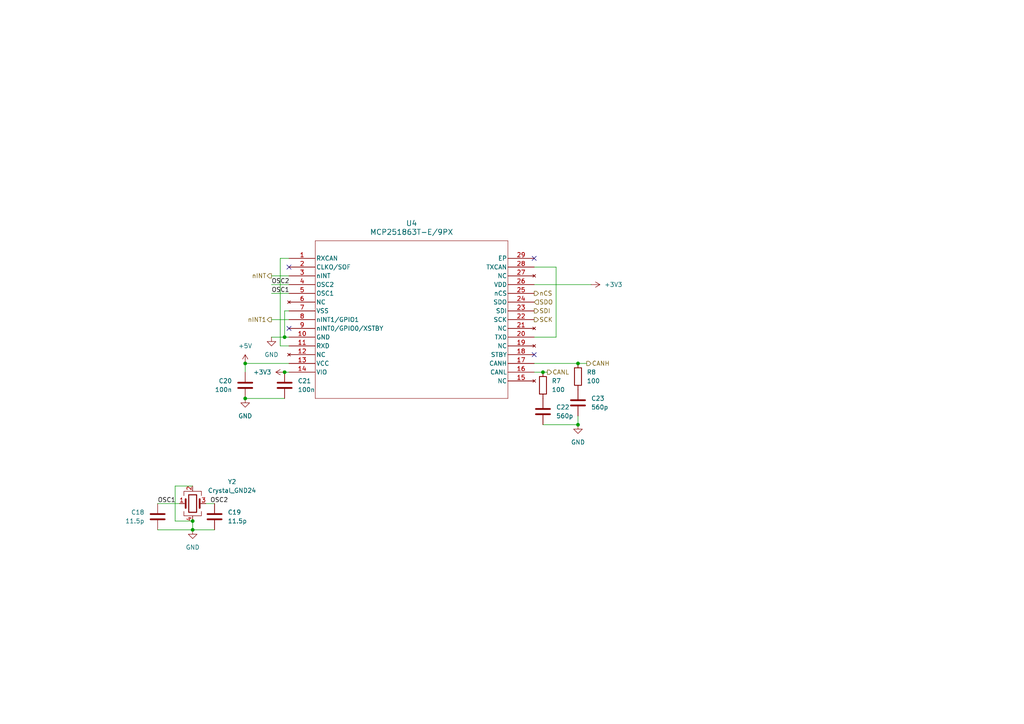
<source format=kicad_sch>
(kicad_sch (version 20231120) (generator "eeschema") (generator_version "8.0")
  (paper "A4")
  (lib_symbols
    (symbol "+3V3_1" (power) (pin_numbers hide) (pin_names (offset 0) hide)
      (property "Value" "+3V3" (at 0 3.556 0))
      (symbol "+3V3_1_0_1"
        (polyline (pts (xy -0.762 1.27) (xy 0 2.54)))
        (polyline (pts (xy 0 0) (xy 0 2.54)))
        (polyline (pts (xy 0 2.54) (xy 0.762 1.27)))
      )
      (symbol "+3V3_1_1_1"
        (pin power_in line (at 0 0 90) (length 0) (name "~") (number "1"))
      )
    )
    (symbol "2024-11-03_18-29-57:MCP251863T-E_9PX" (pin_names (offset 0.254))
      (property "Reference" "U" (at 35.56 10.16 0))
      (property "Value" "MCP251863T-E/9PX" (at 35.56 7.62 0))
      (symbol "MCP251863T-E_9PX_0_1"
        (polyline (pts (xy 7.62 -40.64) (xy 63.5 -40.64)) (stroke (width 0.127)))
        (polyline (pts (xy 7.62 5.08) (xy 7.62 -40.64)) (stroke (width 0.127)))
        (polyline (pts (xy 63.5 -40.64) (xy 63.5 5.08)) (stroke (width 0.127)))
        (polyline (pts (xy 63.5 5.08) (xy 7.62 5.08)) (stroke (width 0.127)))
        (pin input line (at 0 0 0) (length 7.62) (name "RXCAN") (number "1"))
        (pin power_out line (at 0 -22.86 0) (length 7.62) (name "GND") (number "10"))
        (pin output line (at 0 -25.4 0) (length 7.62) (name "RXD") (number "11"))
        (pin no_connect line (at 0 -27.94 0) (length 7.62) (name "NC") (number "12"))
        (pin power_in line (at 0 -30.48 0) (length 7.62) (name "VCC") (number "13"))
        (pin power_in line (at 0 -33.02 0) (length 7.62) (name "VIO") (number "14"))
        (pin no_connect line (at 71.12 -35.56 180) (length 7.62) (name "NC") (number "15"))
        (pin bidirectional line (at 71.12 -33.02 180) (length 7.62) (name "CANL") (number "16"))
        (pin bidirectional line (at 71.12 -30.48 180) (length 7.62) (name "CANH") (number "17"))
        (pin input line (at 71.12 -27.94 180) (length 7.62) (name "STBY") (number "18"))
        (pin no_connect line (at 71.12 -25.4 180) (length 7.62) (name "NC") (number "19"))
        (pin output line (at 0 -2.54 0) (length 7.62) (name "CLKO/SOF") (number "2"))
        (pin input line (at 71.12 -22.86 180) (length 7.62) (name "TXD") (number "20"))
        (pin no_connect line (at 71.12 -20.32 180) (length 7.62) (name "NC") (number "21"))
        (pin input line (at 71.12 -17.78 180) (length 7.62) (name "SCK") (number "22"))
        (pin input line (at 71.12 -15.24 180) (length 7.62) (name "SDI") (number "23"))
        (pin output line (at 71.12 -12.7 180) (length 7.62) (name "SDO") (number "24"))
        (pin input line (at 71.12 -10.16 180) (length 7.62) (name "nCS") (number "25"))
        (pin power_in line (at 71.12 -7.62 180) (length 7.62) (name "VDD") (number "26"))
        (pin no_connect line (at 71.12 -5.08 180) (length 7.62) (name "NC") (number "27"))
        (pin output line (at 71.12 -2.54 180) (length 7.62) (name "TXCAN") (number "28"))
        (pin power_out line (at 71.12 0 180) (length 7.62) (name "EP") (number "29"))
        (pin output line (at 0 -5.08 0) (length 7.62) (name "nINT") (number "3"))
        (pin output line (at 0 -7.62 0) (length 7.62) (name "OSC2") (number "4"))
        (pin input line (at 0 -10.16 0) (length 7.62) (name "OSC1") (number "5"))
        (pin no_connect line (at 0 -12.7 0) (length 7.62) (name "NC") (number "6"))
        (pin power_out line (at 0 -15.24 0) (length 7.62) (name "VSS") (number "7"))
        (pin bidirectional line (at 0 -17.78 0) (length 7.62) (name "nINT1/GPIO1") (number "8"))
        (pin bidirectional line (at 0 -20.32 0) (length 7.62) (name "nINT0/GPIO0/XSTBY") (number "9"))
      )
    )
    (symbol "Device:C" (pin_numbers hide) (pin_names (offset 0.254))
      (property "Reference" "C" (at 0.635 2.54 0))
      (property "Value" "C" (at 0.635 -2.54 0))
      (symbol "C_0_1"
        (polyline (pts (xy -2.032 -0.762) (xy 2.032 -0.762)) (stroke (width 0.508)))
        (polyline (pts (xy -2.032 0.762) (xy 2.032 0.762)) (stroke (width 0.508)))
      )
      (symbol "C_1_1"
        (pin passive line (at 0 3.81 270) (length 2.794) (name "~") (number "1"))
        (pin passive line (at 0 -3.81 90) (length 2.794) (name "~") (number "2"))
      )
    )
    (symbol "Device:Crystal_GND24" (pin_names (offset 1.016) hide)
      (property "Reference" "Y" (at 3.175 5.08 0))
      (property "Value" "Crystal_GND24" (at 3.175 3.175 0))
      (symbol "Crystal_GND24_0_1"
        (rectangle (start -1.143 2.54) (end 1.143 -2.54) (stroke (width 0.3048)))
        (polyline (pts (xy -2.54 0) (xy -2.032 0)))
        (polyline (pts (xy -2.032 -1.27) (xy -2.032 1.27)) (stroke (width 0.508)))
        (polyline (pts (xy 0 -3.81) (xy 0 -3.556)))
        (polyline (pts (xy 0 3.556) (xy 0 3.81)))
        (polyline (pts (xy 2.032 -1.27) (xy 2.032 1.27)) (stroke (width 0.508)))
        (polyline (pts (xy 2.032 0) (xy 2.54 0)))
        (polyline (pts (xy -2.54 -2.286) (xy -2.54 -3.556) (xy 2.54 -3.556) (xy 2.54 -2.286)))
        (polyline (pts (xy -2.54 2.286) (xy -2.54 3.556) (xy 2.54 3.556) (xy 2.54 2.286)))
      )
      (symbol "Crystal_GND24_1_1"
        (pin passive line (at -3.81 0 0) (length 1.27) (name "1") (number "1"))
        (pin passive line (at 0 5.08 270) (length 1.27) (name "2") (number "2"))
        (pin passive line (at 3.81 0 180) (length 1.27) (name "3") (number "3"))
        (pin passive line (at 0 -5.08 90) (length 1.27) (name "4") (number "4"))
      )
    )
    (symbol "Device:R" (pin_numbers hide) (pin_names (offset 0))
      (property "Reference" "R" (at 2.032 0 90))
      (property "Value" "R" (at 0 0 90))
      (symbol "R_0_1"
        (rectangle (start -1.016 -2.54) (end 1.016 2.54) (stroke (width 0.254)))
      )
      (symbol "R_1_1"
        (pin passive line (at 0 3.81 270) (length 1.27) (name "~") (number "1"))
        (pin passive line (at 0 -3.81 90) (length 1.27) (name "~") (number "2"))
      )
    )
    (symbol "GND_3" (power) (pin_numbers hide) (pin_names (offset 0) hide)
      (property "Value" "GND" (at 0 -3.81 0))
      (symbol "GND_3_0_1"
        (polyline (pts (xy 0 0) (xy 0 -1.27) (xy 1.27 -1.27) (xy 0 -2.54) (xy -1.27 -1.27) (xy 0 -1.27)))
      )
      (symbol "GND_3_1_1"
        (pin power_in line (at 0 0 270) (length 0) (name "~") (number "1"))
      )
    )
    (symbol "power:+3V3" (power) (pin_numbers hide) (pin_names (offset 0) hide)
      (property "Value" "+3V3" (at 0 3.556 0))
      (symbol "+3V3_0_1"
        (polyline (pts (xy -0.762 1.27) (xy 0 2.54)))
        (polyline (pts (xy 0 0) (xy 0 2.54)))
        (polyline (pts (xy 0 2.54) (xy 0.762 1.27)))
      )
      (symbol "+3V3_1_1"
        (pin power_in line (at 0 0 90) (length 0) (name "~") (number "1"))
      )
    )
    (symbol "power:+5V" (power) (pin_numbers hide) (pin_names (offset 0) hide)
      (property "Value" "+5V" (at 0 3.556 0))
      (symbol "+5V_0_1"
        (polyline (pts (xy -0.762 1.27) (xy 0 2.54)))
        (polyline (pts (xy 0 0) (xy 0 2.54)))
        (polyline (pts (xy 0 2.54) (xy 0.762 1.27)))
      )
      (symbol "+5V_1_1"
        (pin power_in line (at 0 0 90) (length 0) (name "~") (number "1"))
      )
    )
    (symbol "power:GND" (power) (pin_numbers hide) (pin_names (offset 0) hide)
      (property "Value" "GND" (at 0 -3.81 0))
      (symbol "GND_0_1"
        (polyline (pts (xy 0 0) (xy 0 -1.27) (xy 1.27 -1.27) (xy 0 -2.54) (xy -1.27 -1.27) (xy 0 -1.27)))
      )
      (symbol "GND_1_1"
        (pin power_in line (at 0 0 270) (length 0) (name "~") (number "1"))
      )
    )
  )
  (junction (at 55.88 153.67))
  (junction (at 157.48 107.95))
  (junction (at 71.12 105.41))
  (junction (at 71.12 115.57))
  (junction (at 167.64 105.41))
  (junction (at 167.64 123.19))
  (junction (at 82.55 97.79))
  (junction (at 82.55 107.95))
  (junction (at 55.88 151.13))
  (no_connect (at 154.94 74.93))
  (no_connect (at 83.82 95.25))
  (no_connect (at 154.94 102.87))
  (no_connect (at 83.82 77.47))
  (wire (pts (xy 71.12 105.41) (xy 83.82 105.41)))
  (wire (pts (xy 82.55 107.95) (xy 83.82 107.95)))
  (wire (pts (xy 154.94 97.79) (xy 161.29 97.79)))
  (wire (pts (xy 55.88 151.13) (xy 55.88 153.67)))
  (wire (pts (xy 81.28 100.33) (xy 81.28 74.93)))
  (wire (pts (xy 167.64 123.19) (xy 167.64 120.65)))
  (wire (pts (xy 82.55 97.79) (xy 82.55 90.17)))
  (wire (pts (xy 82.55 90.17) (xy 83.82 90.17)))
  (wire (pts (xy 83.82 97.79) (xy 82.55 97.79)))
  (wire (pts (xy 167.64 105.41) (xy 154.94 105.41)))
  (wire (pts (xy 45.72 153.67) (xy 55.88 153.67)))
  (wire (pts (xy 154.94 82.55) (xy 171.45 82.55)))
  (wire (pts (xy 157.48 123.19) (xy 167.64 123.19)))
  (wire (pts (xy 83.82 100.33) (xy 81.28 100.33)))
  (wire (pts (xy 55.88 140.97) (xy 50.8 140.97)))
  (wire (pts (xy 78.74 92.71) (xy 83.82 92.71)))
  (wire (pts (xy 161.29 97.79) (xy 161.29 77.47)))
  (wire (pts (xy 78.74 85.09) (xy 83.82 85.09)))
  (wire (pts (xy 55.88 153.67) (xy 62.23 153.67)))
  (wire (pts (xy 78.74 80.01) (xy 83.82 80.01)))
  (wire (pts (xy 59.69 146.05) (xy 62.23 146.05)))
  (wire (pts (xy 157.48 107.95) (xy 154.94 107.95)))
  (wire (pts (xy 71.12 107.95) (xy 71.12 105.41)))
  (wire (pts (xy 78.74 97.79) (xy 82.55 97.79)))
  (wire (pts (xy 71.12 115.57) (xy 82.55 115.57)))
  (wire (pts (xy 81.28 74.93) (xy 83.82 74.93)))
  (wire (pts (xy 50.8 140.97) (xy 50.8 151.13)))
  (wire (pts (xy 158.75 107.95) (xy 157.48 107.95)))
  (wire (pts (xy 161.29 77.47) (xy 154.94 77.47)))
  (wire (pts (xy 78.74 82.55) (xy 83.82 82.55)))
  (wire (pts (xy 50.8 151.13) (xy 55.88 151.13)))
  (wire (pts (xy 45.72 146.05) (xy 52.07 146.05)))
  (wire (pts (xy 170.18 105.41) (xy 167.64 105.41)))
  (label "OSC1" (at 45.72 146.05 0))
  (label "OSC1" (at 78.74 85.09 0))
  (label "OSC2" (at 60.96 146.05 0))
  (label "OSC2" (at 78.74 82.55 0))
  (hierarchical_label "nCS" (shape output) (at 154.94 85.09 0))
  (hierarchical_label "CANL" (shape output) (at 158.75 107.95 0))
  (hierarchical_label "SDO" (shape input) (at 154.94 87.63 0))
  (hierarchical_label "SCK" (shape output) (at 154.94 92.71 0))
  (hierarchical_label "nINT1" (shape output) (at 78.74 92.71 180))
  (hierarchical_label "SDI" (shape output) (at 154.94 90.17 0))
  (hierarchical_label "nINT" (shape output) (at 78.74 80.01 180))
  (hierarchical_label "CANH" (shape output) (at 170.18 105.41 0))
  (symbol (lib_id "Device:C") (at 167.64 116.84 0) (unit 1)
    (property "Reference" "C23" (at 171.45 115.5699 0) (effects (justify left)))
    (property "Value" "560p" (at 171.45 118.1099 0) (effects (justify left)))
    (property "Footprint" "Capacitor_SMD:C_0603_1608Metric" (effects (hide yes)))
    (property "Description" "Unpolarized capacitor" (effects (hide yes)))
    (instances (project "CAN Board" (path "" (reference "C23") (unit 1)) (path "" (reference "C37") (unit 1)) (path "" (reference "C30") (unit 1)) (path "" (reference "C51") (unit 1)) (path "" (reference "C58") (unit 1)) (path "" (reference "C44") (unit 1))))
  )
  (symbol (lib_id "Device:C") (at 45.72 149.86 0) (unit 1)
    (property "Reference" "C18" (at 41.91 148.5899 0) (effects (justify right)))
    (property "Value" "11.5p" (at 41.91 151.1299 0) (effects (justify right)))
    (property "Footprint" "Capacitor_SMD:C_0603_1608Metric" (effects (hide yes)))
    (property "Description" "Unpolarized capacitor" (effects (hide yes)))
    (instances (project "CAN Board" (path "" (reference "C18") (unit 1)) (path "" (reference "C32") (unit 1)) (path "" (reference "C25") (unit 1)) (path "" (reference "C46") (unit 1)) (path "" (reference "C53") (unit 1)) (path "" (reference "C39") (unit 1))))
  )
  (symbol (lib_id "power:+5V") (at 71.12 105.41 0) (unit 1)
    (property "Reference" "#PWR024" (effects (hide yes)))
    (property "Value" "+5V" (at 71.12 100.33 0))
    (property "Description" "Power symbol creates a global label with name \"+5V\"" (effects (hide yes)))
    (instances (project "CAN Board" (path "" (reference "#PWR024") (unit 1)) (path "" (reference "#PWR042") (unit 1)) (path "" (reference "#PWR033") (unit 1)) (path "" (reference "#PWR058") (unit 1)) (path "" (reference "#PWR066") (unit 1)) (path "" (reference "#PWR050") (unit 1))))
  )
  (symbol (lib_id "Device:C") (at 62.23 149.86 0) (unit 1)
    (property "Reference" "C19" (at 66.04 148.5899 0) (effects (justify left)))
    (property "Value" "11.5p" (at 66.04 151.1299 0) (effects (justify left)))
    (property "Footprint" "Capacitor_SMD:C_0603_1608Metric" (effects (hide yes)))
    (property "Description" "Unpolarized capacitor" (effects (hide yes)))
    (instances (project "CAN Board" (path "" (reference "C19") (unit 1)) (path "" (reference "C33") (unit 1)) (path "" (reference "C26") (unit 1)) (path "" (reference "C47") (unit 1)) (path "" (reference "C54") (unit 1)) (path "" (reference "C40") (unit 1))))
  )
  (symbol (lib_name "GND_3") (lib_id "power:GND") (at 71.12 115.57 0) (unit 1)
    (property "Reference" "#PWR025" (effects (hide yes)))
    (property "Value" "GND" (at 71.12 120.65 0))
    (property "Description" "Power symbol creates a global label with name \"GND\" , ground" (effects (hide yes)))
    (instances (project "CAN Board" (path "" (reference "#PWR025") (unit 1)) (path "" (reference "#PWR043") (unit 1)) (path "" (reference "#PWR034") (unit 1)) (path "" (reference "#PWR059") (unit 1)) (path "" (reference "#PWR067") (unit 1)) (path "" (reference "#PWR051") (unit 1))))
  )
  (symbol (lib_id "Device:R") (at 167.64 109.22 0) (unit 1)
    (property "Reference" "R8" (at 170.18 107.9499 0) (effects (justify left)))
    (property "Value" "100" (at 170.18 110.4899 0) (effects (justify left)))
    (property "Footprint" "Resistor_SMD:R_0603_1608Metric" (effects (hide yes)))
    (property "Description" "Resistor" (effects (hide yes)))
    (instances (project "CAN Board" (path "" (reference "R8") (unit 1)) (path "" (reference "R12") (unit 1)) (path "" (reference "R10") (unit 1)) (path "" (reference "R16") (unit 1)) (path "" (reference "R18") (unit 1)) (path "" (reference "R14") (unit 1))))
  )
  (symbol (lib_id "Device:R") (at 157.48 111.76 0) (unit 1)
    (property "Reference" "R7" (at 160.02 110.4899 0) (effects (justify left)))
    (property "Value" "100" (at 160.02 113.0299 0) (effects (justify left)))
    (property "Footprint" "Resistor_SMD:R_0603_1608Metric" (effects (hide yes)))
    (property "Description" "Resistor" (effects (hide yes)))
    (instances (project "CAN Board" (path "" (reference "R7") (unit 1)) (path "" (reference "R11") (unit 1)) (path "" (reference "R9") (unit 1)) (path "" (reference "R15") (unit 1)) (path "" (reference "R17") (unit 1)) (path "" (reference "R13") (unit 1))))
  )
  (symbol (lib_id "Device:C") (at 71.12 111.76 0) (mirror y) (unit 1)
    (property "Reference" "C20" (at 67.31 110.4899 0) (effects (justify left)))
    (property "Value" "100n" (at 67.31 113.0299 0) (effects (justify left)))
    (property "Footprint" "Capacitor_SMD:C_0603_1608Metric" (effects (hide yes)))
    (property "Description" "Unpolarized capacitor" (effects (hide yes)))
    (instances (project "CAN Board" (path "" (reference "C20") (unit 1)) (path "" (reference "C34") (unit 1)) (path "" (reference "C27") (unit 1)) (path "" (reference "C48") (unit 1)) (path "" (reference "C55") (unit 1)) (path "" (reference "C41") (unit 1))))
  )
  (symbol (lib_id "power:GND") (at 55.88 153.67 0) (unit 1)
    (property "Reference" "#PWR023" (effects (hide yes)))
    (property "Value" "GND" (at 55.88 158.75 0))
    (property "Description" "Power symbol creates a global label with name \"GND\" , ground" (effects (hide yes)))
    (instances (project "CAN Board" (path "" (reference "#PWR023") (unit 1)) (path "" (reference "#PWR041") (unit 1)) (path "" (reference "#PWR032") (unit 1)) (path "" (reference "#PWR057") (unit 1)) (path "" (reference "#PWR065") (unit 1)) (path "" (reference "#PWR049") (unit 1))))
  )
  (symbol (lib_id "power:GND") (at 167.64 123.19 0) (unit 1)
    (property "Reference" "#PWR028" (effects (hide yes)))
    (property "Value" "GND" (at 167.64 128.27 0))
    (property "Description" "Power symbol creates a global label with name \"GND\" , ground" (effects (hide yes)))
    (instances (project "CAN Board" (path "" (reference "#PWR028") (unit 1)) (path "" (reference "#PWR046") (unit 1)) (path "" (reference "#PWR037") (unit 1)) (path "" (reference "#PWR062") (unit 1)) (path "" (reference "#PWR070") (unit 1)) (path "" (reference "#PWR054") (unit 1))))
  )
  (symbol (lib_id "power:+3V3") (at 82.55 107.95 90) (unit 1)
    (property "Reference" "#PWR027" (effects (hide yes)))
    (property "Value" "+3V3" (at 78.74 107.9499 90) (effects (justify left)))
    (property "Description" "Power symbol creates a global label with name \"+3V3\"" (effects (hide yes)))
    (instances (project "CAN Board" (path "" (reference "#PWR027") (unit 1)) (path "" (reference "#PWR045") (unit 1)) (path "" (reference "#PWR036") (unit 1)) (path "" (reference "#PWR061") (unit 1)) (path "" (reference "#PWR069") (unit 1)) (path "" (reference "#PWR053") (unit 1))))
  )
  (symbol (lib_id "2024-11-03_18-29-57:MCP251863T-E_9PX") (at 83.82 74.93 0) (unit 1)
    (property "Reference" "U4" (at 119.38 64.77 0) (effects (font (size 1.524 1.524))))
    (property "Value" "MCP251863T-E/9PX" (at 119.38 67.31 0) (effects (font (size 1.524 1.524))))
    (property "Footprint" "MCP251863T_E_9PX:VQFN28_9PX_3p25X3p25EPAD_MCH" (effects (hide yes)))
    (property "Datasheet" "MCP251863T-E/9PX" (effects (hide yes)))
    (instances (project "CAN Board" (path "" (reference "U4") (unit 1)) (path "" (reference "U6") (unit 1)) (path "" (reference "U5") (unit 1)) (path "" (reference "U8") (unit 1)) (path "" (reference "U9") (unit 1)) (path "" (reference "U7") (unit 1))))
  )
  (symbol (lib_id "Device:Crystal_GND24") (at 55.88 146.05 0) (unit 1)
    (property "Reference" "Y2" (at 67.31 139.7314 0))
    (property "Value" "Crystal_GND24" (at 67.31 142.2714 0))
    (property "Footprint" "Crystal:Crystal_SMD_3225-4Pin_3.2x2.5mm" (effects (hide yes)))
    (property "Description" "Four pin crystal, GND on pins 2 and 4" (effects (hide yes)))
    (instances (project "CAN Board" (path "" (reference "Y2") (unit 1)) (path "" (reference "Y4") (unit 1)) (path "" (reference "Y3") (unit 1)) (path "" (reference "Y6") (unit 1)) (path "" (reference "Y7") (unit 1)) (path "" (reference "Y5") (unit 1))))
  )
  (symbol (lib_id "Device:C") (at 157.48 119.38 0) (unit 1)
    (property "Reference" "C22" (at 161.29 118.1099 0) (effects (justify left)))
    (property "Value" "560p" (at 161.29 120.6499 0) (effects (justify left)))
    (property "Footprint" "Capacitor_SMD:C_0603_1608Metric" (effects (hide yes)))
    (property "Description" "Unpolarized capacitor" (effects (hide yes)))
    (instances (project "CAN Board" (path "" (reference "C22") (unit 1)) (path "" (reference "C36") (unit 1)) (path "" (reference "C29") (unit 1)) (path "" (reference "C50") (unit 1)) (path "" (reference "C57") (unit 1)) (path "" (reference "C43") (unit 1))))
  )
  (symbol (lib_id "power:GND") (at 78.74 97.79 0) (unit 1)
    (property "Reference" "#PWR026" (effects (hide yes)))
    (property "Value" "GND" (at 78.74 102.87 0))
    (property "Description" "Power symbol creates a global label with name \"GND\" , ground" (effects (hide yes)))
    (instances (project "CAN Board" (path "" (reference "#PWR026") (unit 1)) (path "" (reference "#PWR044") (unit 1)) (path "" (reference "#PWR035") (unit 1)) (path "" (reference "#PWR060") (unit 1)) (path "" (reference "#PWR068") (unit 1)) (path "" (reference "#PWR052") (unit 1))))
  )
  (symbol (lib_name "+3V3_1") (lib_id "power:+3V3") (at 171.45 82.55 270) (unit 1)
    (property "Reference" "#PWR029" (effects (hide yes)))
    (property "Value" "+3V3" (at 175.26 82.5499 90) (effects (justify left)))
    (property "Description" "Power symbol creates a global label with name \"+3V3\"" (effects (hide yes)))
    (instances (project "CAN Board" (path "" (reference "#PWR029") (unit 1)) (path "" (reference "#PWR038") (unit 1)) (path "" (reference "#PWR030") (unit 1)) (path "" (reference "#PWR047") (unit 1)) (path "" (reference "#PWR048") (unit 1)) (path "" (reference "#PWR040") (unit 1))))
  )
  (symbol (lib_id "Device:C") (at 82.55 111.76 0) (unit 1)
    (property "Reference" "C21" (at 86.36 110.4899 0) (effects (justify left)))
    (property "Value" "100n" (at 86.36 113.0299 0) (effects (justify left)))
    (property "Footprint" "Capacitor_SMD:C_0603_1608Metric" (effects (hide yes)))
    (property "Description" "Unpolarized capacitor" (effects (hide yes)))
    (instances (project "CAN Board" (path "" (reference "C21") (unit 1)) (path "" (reference "C35") (unit 1)) (path "" (reference "C28") (unit 1)) (path "" (reference "C49") (unit 1)) (path "" (reference "C56") (unit 1)) (path "" (reference "C42") (unit 1))))
  )
)
</source>
